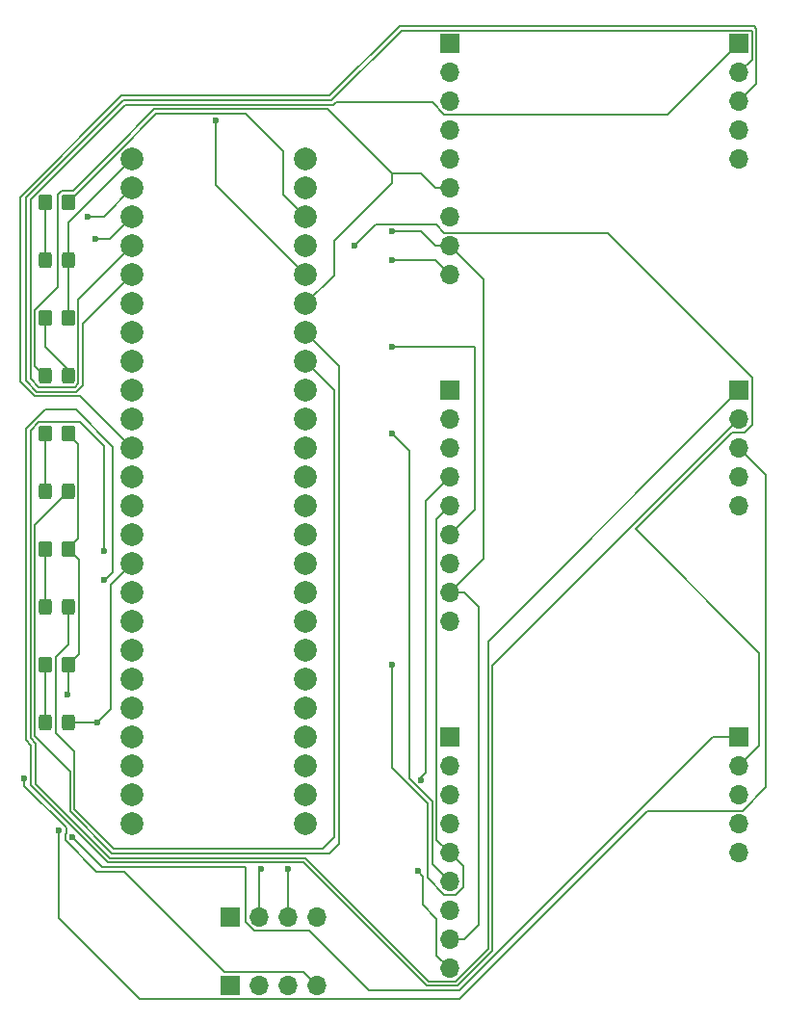
<source format=gbr>
%TF.GenerationSoftware,KiCad,Pcbnew,7.0.7*%
%TF.CreationDate,2024-05-20T18:28:41-04:00*%
%TF.ProjectId,Ground Reciever,47726f75-6e64-4205-9265-636965766572,rev?*%
%TF.SameCoordinates,Original*%
%TF.FileFunction,Copper,L1,Top*%
%TF.FilePolarity,Positive*%
%FSLAX46Y46*%
G04 Gerber Fmt 4.6, Leading zero omitted, Abs format (unit mm)*
G04 Created by KiCad (PCBNEW 7.0.7) date 2024-05-20 18:28:41*
%MOMM*%
%LPD*%
G01*
G04 APERTURE LIST*
G04 Aperture macros list*
%AMRoundRect*
0 Rectangle with rounded corners*
0 $1 Rounding radius*
0 $2 $3 $4 $5 $6 $7 $8 $9 X,Y pos of 4 corners*
0 Add a 4 corners polygon primitive as box body*
4,1,4,$2,$3,$4,$5,$6,$7,$8,$9,$2,$3,0*
0 Add four circle primitives for the rounded corners*
1,1,$1+$1,$2,$3*
1,1,$1+$1,$4,$5*
1,1,$1+$1,$6,$7*
1,1,$1+$1,$8,$9*
0 Add four rect primitives between the rounded corners*
20,1,$1+$1,$2,$3,$4,$5,0*
20,1,$1+$1,$4,$5,$6,$7,0*
20,1,$1+$1,$6,$7,$8,$9,0*
20,1,$1+$1,$8,$9,$2,$3,0*%
G04 Aperture macros list end*
%TA.AperFunction,ComponentPad*%
%ADD10R,1.700000X1.700000*%
%TD*%
%TA.AperFunction,ComponentPad*%
%ADD11O,1.700000X1.700000*%
%TD*%
%TA.AperFunction,SMDPad,CuDef*%
%ADD12RoundRect,0.250000X-0.350000X-0.450000X0.350000X-0.450000X0.350000X0.450000X-0.350000X0.450000X0*%
%TD*%
%TA.AperFunction,ComponentPad*%
%ADD13C,2.000000*%
%TD*%
%TA.AperFunction,SMDPad,CuDef*%
%ADD14RoundRect,0.250000X-0.325000X-0.450000X0.325000X-0.450000X0.325000X0.450000X-0.325000X0.450000X0*%
%TD*%
%TA.AperFunction,SMDPad,CuDef*%
%ADD15RoundRect,0.250000X0.325000X0.450000X-0.325000X0.450000X-0.325000X-0.450000X0.325000X-0.450000X0*%
%TD*%
%TA.AperFunction,SMDPad,CuDef*%
%ADD16RoundRect,0.250000X0.350000X0.450000X-0.350000X0.450000X-0.350000X-0.450000X0.350000X-0.450000X0*%
%TD*%
%TA.AperFunction,ViaPad*%
%ADD17C,0.600000*%
%TD*%
%TA.AperFunction,Conductor*%
%ADD18C,0.200000*%
%TD*%
G04 APERTURE END LIST*
D10*
%TO.P,Serial8,1,Pin_1*%
%TO.N,/3.3V B*%
X133120000Y-131400000D03*
D11*
%TO.P,Serial8,2,Pin_2*%
%TO.N,/RX8*%
X135660000Y-131400000D03*
%TO.P,Serial8,3,Pin_3*%
%TO.N,/TX8*%
X138200000Y-131400000D03*
%TO.P,Serial8,4,Pin_4*%
%TO.N,/GND*%
X140740000Y-131400000D03*
%TD*%
D10*
%TO.P,Serial1,1,Pin_1*%
%TO.N,/3.3V B*%
X133120000Y-137400000D03*
D11*
%TO.P,Serial1,2,Pin_2*%
%TO.N,/RX1*%
X135660000Y-137400000D03*
%TO.P,Serial1,3,Pin_3*%
%TO.N,/TX1*%
X138200000Y-137400000D03*
%TO.P,Serial1,4,Pin_4*%
%TO.N,/GND*%
X140740000Y-137400000D03*
%TD*%
D10*
%TO.P,J3,1,Pin_1*%
%TO.N,/RST2*%
X152400000Y-85090000D03*
D11*
%TO.P,J3,2,Pin_2*%
%TO.N,/CS2*%
X152400000Y-87630000D03*
%TO.P,J3,3,Pin_3*%
%TO.N,/MOSI*%
X152400000Y-90170000D03*
%TO.P,J3,4,Pin_4*%
%TO.N,/MISO*%
X152400000Y-92710000D03*
%TO.P,J3,5,Pin_5*%
%TO.N,/SCK*%
X152400000Y-95250000D03*
%TO.P,J3,6,Pin_6*%
%TO.N,/INT2*%
X152400000Y-97790000D03*
%TO.P,J3,7,Pin_7*%
%TO.N,unconnected-(J3-Pin_7-Pad7)*%
X152400000Y-100330000D03*
%TO.P,J3,8,Pin_8*%
%TO.N,/GND*%
X152400000Y-102870000D03*
%TO.P,J3,9,Pin_9*%
%TO.N,/3.3V A*%
X152400000Y-105410000D03*
%TD*%
D12*
%TO.P,R2,1*%
%TO.N,Net-(D2-K)*%
X116840000Y-88900000D03*
%TO.P,R2,2*%
%TO.N,/GND*%
X118840000Y-88900000D03*
%TD*%
%TO.P,R4,1*%
%TO.N,Net-(D4-A)*%
X116840000Y-68580000D03*
%TO.P,R4,2*%
%TO.N,/3.3V A*%
X118840000Y-68580000D03*
%TD*%
D10*
%TO.P,J2,1,Pin_1*%
%TO.N,/G1_1*%
X177800000Y-54610000D03*
D11*
%TO.P,J2,2,Pin_2*%
%TO.N,/G2_1*%
X177800000Y-57150000D03*
%TO.P,J2,3,Pin_3*%
%TO.N,/G3_1*%
X177800000Y-59690000D03*
%TO.P,J2,4,Pin_4*%
%TO.N,unconnected-(J2-Pin_4-Pad4)*%
X177800000Y-62230000D03*
%TO.P,J2,5,Pin_5*%
%TO.N,unconnected-(J2-Pin_5-Pad5)*%
X177800000Y-64770000D03*
%TD*%
D13*
%TO.P,Teensy4.1,0,GND*%
%TO.N,/GND*%
X124460000Y-64770000D03*
%TO.P,Teensy4.1,1,RX1*%
%TO.N,/RX1*%
X124460000Y-67310000D03*
%TO.P,Teensy4.1,2,TX1*%
%TO.N,/TX1*%
X124460000Y-69850000D03*
%TO.P,Teensy4.1,3,PWM*%
%TO.N,/G1_1*%
X124460000Y-72390000D03*
%TO.P,Teensy4.1,4,PWM*%
%TO.N,/G2_1*%
X124460000Y-74930000D03*
%TO.P,Teensy4.1,5,PWM*%
%TO.N,/RST1*%
X124460000Y-77470000D03*
%TO.P,Teensy4.1,6,PWM*%
%TO.N,/RST2*%
X124460000Y-80010000D03*
%TO.P,Teensy4.1,7,PWM*%
%TO.N,/RST3*%
X124460000Y-82550000D03*
%TO.P,Teensy4.1,8,RX2*%
%TO.N,/G4_1*%
X124460000Y-85090000D03*
%TO.P,Teensy4.1,9,TX2*%
%TO.N,/G5_1*%
X124460000Y-87630000D03*
%TO.P,Teensy4.1,10,PWM*%
%TO.N,/G3_1*%
X124460000Y-90170000D03*
%TO.P,Teensy4.1,11,CS*%
%TO.N,unconnected-(Teensy4.1-CS-Pad11)*%
X124460000Y-92710000D03*
%TO.P,Teensy4.1,12,MOSI*%
%TO.N,/MOSI*%
X124460000Y-95250000D03*
%TO.P,Teensy4.1,13,MISO*%
%TO.N,/MISO*%
X124460000Y-97790000D03*
%TO.P,Teensy4.1,14,3.3V*%
%TO.N,/3.3V B*%
X124460000Y-100330000D03*
%TO.P,Teensy4.1,15,SCL2*%
%TO.N,/G1_2*%
X124460000Y-102870000D03*
%TO.P,Teensy4.1,16,SDA2*%
%TO.N,/G2_2*%
X124460000Y-105410000D03*
%TO.P,Teensy4.1,17,MOSI1*%
%TO.N,unconnected-(Teensy4.1-MOSI1-Pad17)*%
X124460000Y-107950000D03*
%TO.P,Teensy4.1,18,SCK1*%
%TO.N,unconnected-(Teensy4.1-SCK1-Pad18)*%
X124460000Y-110490000D03*
%TO.P,Teensy4.1,19,RX7*%
%TO.N,/G3_2*%
X124460000Y-113030000D03*
%TO.P,Teensy4.1,20,TX7*%
%TO.N,/G1_3*%
X124460000Y-115570000D03*
%TO.P,Teensy4.1,21,GPIO*%
%TO.N,unconnected-(Teensy4.1-GPIO-Pad21)*%
X124460000Y-118110000D03*
%TO.P,Teensy4.1,22,GPIO*%
%TO.N,unconnected-(Teensy4.1-GPIO-Pad22)*%
X124460000Y-120650000D03*
%TO.P,Teensy4.1,23,GPIO*%
%TO.N,unconnected-(Teensy4.1-GPIO-Pad23)*%
X124460000Y-123190000D03*
%TO.P,Teensy4.1,24,PWM*%
%TO.N,/G5_3*%
X139700000Y-123190000D03*
%TO.P,Teensy4.1,25,RX8*%
%TO.N,/RX8*%
X139700000Y-120650000D03*
%TO.P,Teensy4.1,26,TX8*%
%TO.N,/TX8*%
X139700000Y-118110000D03*
%TO.P,Teensy4.1,27,PWM*%
%TO.N,/CS3*%
X139700000Y-115570000D03*
%TO.P,Teensy4.1,28,PWM*%
%TO.N,/CS2*%
X139700000Y-113030000D03*
%TO.P,Teensy4.1,29,CS1*%
%TO.N,/CS1*%
X139700000Y-110490000D03*
%TO.P,Teensy4.1,30,MISO*%
%TO.N,unconnected-(Teensy4.1-MISO-Pad30)*%
X139700000Y-107950000D03*
%TO.P,Teensy4.1,31,A16*%
%TO.N,unconnected-(Teensy4.1-A16-Pad31)*%
X139700000Y-105410000D03*
%TO.P,Teensy4.1,32,A17*%
%TO.N,unconnected-(Teensy4.1-A17-Pad32)*%
X139700000Y-102870000D03*
%TO.P,Teensy4.1,33,GND*%
%TO.N,unconnected-(Teensy4.1-GND-Pad33)*%
X139700000Y-100330000D03*
%TO.P,Teensy4.1,34,SCK*%
%TO.N,/SCK*%
X139700000Y-97790000D03*
%TO.P,Teensy4.1,35,A0*%
%TO.N,/G4_3*%
X139700000Y-95250000D03*
%TO.P,Teensy4.1,36,A1*%
%TO.N,/G5_2*%
X139700000Y-92710000D03*
%TO.P,Teensy4.1,37,A2*%
%TO.N,unconnected-(Teensy4.1-A2-Pad37)*%
X139700000Y-90170000D03*
%TO.P,Teensy4.1,38,A3*%
%TO.N,unconnected-(Teensy4.1-A3-Pad38)*%
X139700000Y-87630000D03*
%TO.P,Teensy4.1,39,SDA*%
%TO.N,/G4_2*%
X139700000Y-85090000D03*
%TO.P,Teensy4.1,40,SCL*%
%TO.N,/INT3*%
X139700000Y-82550000D03*
%TO.P,Teensy4.1,41,TX5*%
%TO.N,/INT2*%
X139700000Y-80010000D03*
%TO.P,Teensy4.1,42,RX5*%
%TO.N,/INT1*%
X139700000Y-77470000D03*
%TO.P,Teensy4.1,43,PWM*%
%TO.N,/G3_3*%
X139700000Y-74930000D03*
%TO.P,Teensy4.1,44,PWM*%
%TO.N,/G2_3*%
X139700000Y-72390000D03*
%TO.P,Teensy4.1,45,3.3V*%
%TO.N,/3.3V A*%
X139700000Y-69850000D03*
%TO.P,Teensy4.1,46,GND*%
%TO.N,unconnected-(Teensy4.1-GND-Pad46)*%
X139700000Y-67310000D03*
%TO.P,Teensy4.1,47,Vin*%
%TO.N,unconnected-(Teensy4.1-Vin-Pad47)*%
X139700000Y-64770000D03*
%TD*%
D10*
%TO.P,J5,1,Pin_1*%
%TO.N,/RST3*%
X152400000Y-115570000D03*
D11*
%TO.P,J5,2,Pin_2*%
%TO.N,/CS3*%
X152400000Y-118110000D03*
%TO.P,J5,3,Pin_3*%
%TO.N,/MOSI*%
X152400000Y-120650000D03*
%TO.P,J5,4,Pin_4*%
%TO.N,/MISO*%
X152400000Y-123190000D03*
%TO.P,J5,5,Pin_5*%
%TO.N,/SCK*%
X152400000Y-125730000D03*
%TO.P,J5,6,Pin_6*%
%TO.N,/INT3*%
X152400000Y-128270000D03*
%TO.P,J5,7,Pin_7*%
%TO.N,unconnected-(J5-Pin_7-Pad7)*%
X152400000Y-130810000D03*
%TO.P,J5,8,Pin_8*%
%TO.N,/GND*%
X152400000Y-133350000D03*
%TO.P,J5,9,Pin_9*%
%TO.N,/3.3V B*%
X152400000Y-135890000D03*
%TD*%
D14*
%TO.P,D3,1,K*%
%TO.N,Net-(D3-K)*%
X116840000Y-104140000D03*
%TO.P,D3,2,A*%
%TO.N,/INT3*%
X118890000Y-104140000D03*
%TD*%
D15*
%TO.P,D4,1,K*%
%TO.N,/GND*%
X118890000Y-73660000D03*
%TO.P,D4,2,A*%
%TO.N,Net-(D4-A)*%
X116840000Y-73660000D03*
%TD*%
D12*
%TO.P,R3,1*%
%TO.N,Net-(D3-K)*%
X116840000Y-99060000D03*
%TO.P,R3,2*%
%TO.N,/GND*%
X118840000Y-99060000D03*
%TD*%
D14*
%TO.P,D2,1,K*%
%TO.N,Net-(D2-K)*%
X116815000Y-93980000D03*
%TO.P,D2,2,A*%
%TO.N,/INT2*%
X118865000Y-93980000D03*
%TD*%
D15*
%TO.P,D1,1,K*%
%TO.N,Net-(D1-K)*%
X118865000Y-83820000D03*
%TO.P,D1,2,A*%
%TO.N,/INT1*%
X116815000Y-83820000D03*
%TD*%
D12*
%TO.P,R1,1*%
%TO.N,Net-(D1-K)*%
X116840000Y-78740000D03*
%TO.P,R1,2*%
%TO.N,/GND*%
X118840000Y-78740000D03*
%TD*%
D10*
%TO.P,J6,1,Pin_1*%
%TO.N,/G1_3*%
X177800000Y-115570000D03*
D11*
%TO.P,J6,2,Pin_2*%
%TO.N,/G2_3*%
X177800000Y-118110000D03*
%TO.P,J6,3,Pin_3*%
%TO.N,/G3_3*%
X177800000Y-120650000D03*
%TO.P,J6,4,Pin_4*%
%TO.N,unconnected-(J6-Pin_4-Pad4)*%
X177800000Y-123190000D03*
%TO.P,J6,5,Pin_5*%
%TO.N,unconnected-(J6-Pin_5-Pad5)*%
X177800000Y-125730000D03*
%TD*%
%TO.P,J4,5,Pin_5*%
%TO.N,unconnected-(J4-Pin_5-Pad5)*%
X177800000Y-95250000D03*
%TO.P,J4,4,Pin_4*%
%TO.N,unconnected-(J4-Pin_4-Pad4)*%
X177800000Y-92710000D03*
%TO.P,J4,3,Pin_3*%
%TO.N,/G3_2*%
X177800000Y-90170000D03*
%TO.P,J4,2,Pin_2*%
%TO.N,/G2_2*%
X177800000Y-87630000D03*
D10*
%TO.P,J4,1,Pin_1*%
%TO.N,/G1_2*%
X177800000Y-85090000D03*
%TD*%
%TO.P,J1,1,Pin_1*%
%TO.N,/RST1*%
X152400000Y-54610000D03*
D11*
%TO.P,J1,2,Pin_2*%
%TO.N,/CS1*%
X152400000Y-57150000D03*
%TO.P,J1,3,Pin_3*%
%TO.N,/MOSI*%
X152400000Y-59690000D03*
%TO.P,J1,4,Pin_4*%
%TO.N,/MISO*%
X152400000Y-62230000D03*
%TO.P,J1,5,Pin_5*%
%TO.N,/SCK*%
X152400000Y-64770000D03*
%TO.P,J1,6,Pin_6*%
%TO.N,/INT1*%
X152400000Y-67310000D03*
%TO.P,J1,7,Pin_7*%
%TO.N,unconnected-(J1-Pin_7-Pad7)*%
X152400000Y-69850000D03*
%TO.P,J1,8,Pin_8*%
%TO.N,/GND*%
X152400000Y-72390000D03*
%TO.P,J1,9,Pin_9*%
%TO.N,/3.3V A*%
X152400000Y-74930000D03*
%TD*%
D16*
%TO.P,R5,1*%
%TO.N,/GND*%
X118840000Y-109220000D03*
%TO.P,R5,2*%
%TO.N,Net-(D5-K)*%
X116840000Y-109220000D03*
%TD*%
D14*
%TO.P,D5,1,K*%
%TO.N,Net-(D5-K)*%
X116840000Y-114300000D03*
%TO.P,D5,2,A*%
%TO.N,/3.3V B*%
X118890000Y-114300000D03*
%TD*%
D17*
%TO.N,/GND*%
X115000000Y-119200000D03*
X118800000Y-111800000D03*
%TO.N,/G3_3*%
X131800000Y-61400000D03*
%TO.N,/G2_3*%
X144000000Y-72400000D03*
%TO.N,/G1_3*%
X119200000Y-124400000D03*
%TO.N,/TX1*%
X121200000Y-71800000D03*
%TO.N,/RX1*%
X120600000Y-69800000D03*
%TO.N,/TX8*%
X138200000Y-127200000D03*
%TO.N,/RX8*%
X135800000Y-127200000D03*
%TO.N,/G3_2*%
X118057560Y-123800000D03*
%TO.N,/G2_2*%
X122000000Y-101800000D03*
%TO.N,/G1_2*%
X122000000Y-99200000D03*
%TO.N,/MISO*%
X149860000Y-119380000D03*
%TO.N,/SCK*%
X147320000Y-109220000D03*
%TO.N,/GND*%
X147320000Y-71120000D03*
%TO.N,/3.3V A*%
X147320000Y-73660000D03*
%TO.N,/INT2*%
X147320000Y-81280000D03*
%TO.N,/3.3V B*%
X121400000Y-114300000D03*
X149568197Y-127342743D03*
%TO.N,/INT3*%
X147320000Y-88900000D03*
%TD*%
D18*
%TO.N,/G3_2*%
X180200000Y-120000000D02*
X180200000Y-92570000D01*
X180200000Y-92570000D02*
X177800000Y-90170000D01*
X125150000Y-138550000D02*
X153220000Y-138550000D01*
X153220000Y-138550000D02*
X169730000Y-122040000D01*
X169730000Y-122040000D02*
X178160000Y-122040000D01*
X118057560Y-131457560D02*
X125150000Y-138550000D01*
X118057560Y-123800000D02*
X118057560Y-131457560D01*
X178160000Y-122040000D02*
X180200000Y-120000000D01*
%TO.N,/GND*%
X139540000Y-136200000D02*
X140740000Y-137400000D01*
X132600000Y-136200000D02*
X139540000Y-136200000D01*
X123800000Y-127400000D02*
X132600000Y-136200000D01*
X121351471Y-127400000D02*
X123800000Y-127400000D01*
X118600000Y-124106089D02*
X118600000Y-124648529D01*
X118657560Y-123551471D02*
X118657560Y-124048529D01*
X115000000Y-119893911D02*
X118657560Y-123551471D01*
X118600000Y-124648529D02*
X121351471Y-127400000D01*
X115000000Y-119200000D02*
X115000000Y-119893911D01*
X118657560Y-124048529D02*
X118600000Y-124106089D01*
%TO.N,/G2_2*%
X122048529Y-101800000D02*
X122000000Y-101800000D01*
X122800000Y-101048529D02*
X122048529Y-101800000D01*
X119558909Y-86800000D02*
X122800000Y-90041091D01*
X116796497Y-86800000D02*
X119558909Y-86800000D01*
X115140000Y-88456497D02*
X116796497Y-86800000D01*
X115140000Y-115849874D02*
X115140000Y-88456497D01*
X115600000Y-116309875D02*
X115140000Y-115849874D01*
X115600000Y-119837057D02*
X115600000Y-116309875D01*
X122800000Y-90041091D02*
X122800000Y-101048529D01*
X150334162Y-137440000D02*
X139494162Y-126600000D01*
X153042031Y-137440000D02*
X150334162Y-137440000D01*
X156140000Y-134342032D02*
X153042031Y-137440000D01*
X139494162Y-126600000D02*
X122362942Y-126600000D01*
X156140000Y-109290000D02*
X156140000Y-134342032D01*
X122362942Y-126600000D02*
X115600000Y-119837057D01*
X177800000Y-87630000D02*
X156140000Y-109290000D01*
%TO.N,/G1_2*%
X155740000Y-107150000D02*
X177800000Y-85090000D01*
X155740000Y-134176346D02*
X155740000Y-107150000D01*
X152876346Y-137040000D02*
X155740000Y-134176346D01*
X150499848Y-137040000D02*
X152876346Y-137040000D01*
X139659848Y-126200000D02*
X150499848Y-137040000D01*
X122528628Y-126200000D02*
X139659848Y-126200000D01*
X116000000Y-119671372D02*
X122528628Y-126200000D01*
X115540000Y-88622183D02*
X115540000Y-115684189D01*
X115540000Y-115684189D02*
X116000000Y-116144189D01*
X116000000Y-116144189D02*
X116000000Y-119671372D01*
X116262183Y-87900000D02*
X115540000Y-88622183D01*
X122000000Y-90000000D02*
X119900000Y-87900000D01*
X119900000Y-87900000D02*
X116262183Y-87900000D01*
X122000000Y-99200000D02*
X122000000Y-90000000D01*
%TO.N,/GND*%
X118840000Y-109220000D02*
X118840000Y-111760000D01*
X118840000Y-111760000D02*
X118800000Y-111800000D01*
X119740000Y-98160000D02*
X118840000Y-99060000D01*
X119740000Y-89800000D02*
X119740000Y-98160000D01*
X118840000Y-88900000D02*
X119740000Y-89800000D01*
X119765000Y-99985000D02*
X118840000Y-99060000D01*
X119765000Y-108295000D02*
X119765000Y-99985000D01*
X118840000Y-109220000D02*
X119765000Y-108295000D01*
%TO.N,/G3_3*%
X131800000Y-67030000D02*
X139700000Y-74930000D01*
X131800000Y-61400000D02*
X131800000Y-67030000D01*
%TO.N,/3.3V A*%
X137765000Y-64105000D02*
X137765000Y-67915000D01*
X126591522Y-60800000D02*
X134460000Y-60800000D01*
X123160000Y-64231522D02*
X126591522Y-60800000D01*
X134460000Y-60800000D02*
X137765000Y-64105000D01*
X123160000Y-64260000D02*
X123160000Y-64231522D01*
X118840000Y-68580000D02*
X123160000Y-64260000D01*
X137765000Y-67915000D02*
X139700000Y-69850000D01*
%TO.N,/INT1*%
X141680000Y-60400000D02*
X147320000Y-66040000D01*
X126425836Y-60400000D02*
X141680000Y-60400000D01*
X122760000Y-64065836D02*
X126425836Y-60400000D01*
X122760000Y-64094314D02*
X122760000Y-64065836D01*
X117940000Y-67902183D02*
X118262183Y-67580000D01*
X115940000Y-78062183D02*
X117940000Y-76062183D01*
X117940000Y-76062183D02*
X117940000Y-67902183D01*
X119274314Y-67580000D02*
X122760000Y-64094314D01*
X115940000Y-82945000D02*
X115940000Y-78062183D01*
X116815000Y-83820000D02*
X115940000Y-82945000D01*
X118262183Y-67580000D02*
X119274314Y-67580000D01*
%TO.N,/G1_1*%
X171570000Y-60840000D02*
X177800000Y-54610000D01*
X150883654Y-59800000D02*
X151923654Y-60840000D01*
X142365684Y-59800000D02*
X150883654Y-59800000D01*
X142165684Y-60000000D02*
X142365684Y-59800000D01*
X123842183Y-60000000D02*
X142165684Y-60000000D01*
X115540000Y-68302183D02*
X123842183Y-60000000D01*
X151923654Y-60840000D02*
X171570000Y-60840000D01*
X116262183Y-84820000D02*
X115540000Y-84097817D01*
X119740000Y-77110000D02*
X119740000Y-84497817D01*
X124460000Y-72390000D02*
X119740000Y-77110000D01*
X119740000Y-84497817D02*
X119417817Y-84820000D01*
X119417817Y-84820000D02*
X116262183Y-84820000D01*
X115540000Y-84097817D02*
X115540000Y-68302183D01*
%TO.N,/G2_1*%
X120140000Y-79250000D02*
X124460000Y-74930000D01*
X120140000Y-84663503D02*
X120140000Y-79250000D01*
X119583503Y-85220000D02*
X120140000Y-84663503D01*
X116096497Y-85220000D02*
X119583503Y-85220000D01*
X141999999Y-59600000D02*
X123676497Y-59600000D01*
X123676497Y-59600000D02*
X115140000Y-68136497D01*
X148140000Y-53460000D02*
X141999999Y-59600000D01*
X178950000Y-53460000D02*
X148140000Y-53460000D01*
X115140000Y-68136497D02*
X115140000Y-84263503D01*
X178950000Y-56000000D02*
X178950000Y-53460000D01*
X177800000Y-57150000D02*
X178950000Y-56000000D01*
X115140000Y-84263503D02*
X116096497Y-85220000D01*
%TO.N,/G3_1*%
X119910000Y-85620000D02*
X124460000Y-90170000D01*
X115930812Y-85620000D02*
X119910000Y-85620000D01*
X114600000Y-84289188D02*
X115930812Y-85620000D01*
X141834314Y-59200000D02*
X123510811Y-59200000D01*
X179115685Y-53060000D02*
X147974314Y-53060000D01*
X123510811Y-59200000D02*
X114600000Y-68110811D01*
X179350000Y-53294315D02*
X179115685Y-53060000D01*
X114600000Y-68110811D02*
X114600000Y-84289188D01*
X179350000Y-58140000D02*
X179350000Y-53294315D01*
X147974314Y-53060000D02*
X141834314Y-59200000D01*
X177800000Y-59690000D02*
X179350000Y-58140000D01*
%TO.N,/G2_3*%
X145880000Y-70520000D02*
X144000000Y-72400000D01*
X151203654Y-70520000D02*
X145880000Y-70520000D01*
X151923654Y-71240000D02*
X151203654Y-70520000D01*
X166250000Y-71240000D02*
X151923654Y-71240000D01*
X178950000Y-88106346D02*
X178950000Y-83940000D01*
X177215686Y-88780000D02*
X178276346Y-88780000D01*
X168697843Y-97297843D02*
X177215686Y-88780000D01*
X179600000Y-108200000D02*
X168697843Y-97297843D01*
X178950000Y-83940000D02*
X166250000Y-71240000D01*
X178276346Y-88780000D02*
X178950000Y-88106346D01*
X179600000Y-116310000D02*
X179600000Y-108200000D01*
X177800000Y-118110000D02*
X179600000Y-116310000D01*
%TO.N,/INT1*%
X142200000Y-71985000D02*
X142200000Y-74970000D01*
X147320000Y-66865000D02*
X142200000Y-71985000D01*
X142200000Y-74970000D02*
X139700000Y-77470000D01*
X147320000Y-66040000D02*
X147320000Y-66865000D01*
%TO.N,/G1_3*%
X121800000Y-127000000D02*
X119200000Y-124400000D01*
X134473654Y-127000000D02*
X121800000Y-127000000D01*
X140023654Y-132550000D02*
X135183654Y-132550000D01*
X145313654Y-137840000D02*
X140023654Y-132550000D01*
X153207716Y-137840000D02*
X145313654Y-137840000D01*
X135183654Y-132550000D02*
X134473654Y-131840000D01*
X175477716Y-115570000D02*
X153207716Y-137840000D01*
X134473654Y-131840000D02*
X134473654Y-127000000D01*
X177800000Y-115570000D02*
X175477716Y-115570000D01*
%TO.N,/INT3*%
X142240000Y-85090000D02*
X139700000Y-82550000D01*
X142240000Y-124360000D02*
X142240000Y-85090000D01*
X117740000Y-115200000D02*
X119400000Y-116860000D01*
X119400000Y-116860000D02*
X119400000Y-121940000D01*
X117740000Y-108542183D02*
X117740000Y-115200000D01*
X122860000Y-125400000D02*
X141200000Y-125400000D01*
X141200000Y-125400000D02*
X142240000Y-124360000D01*
X118890000Y-107392183D02*
X117740000Y-108542183D01*
X119400000Y-121940000D02*
X122860000Y-125400000D01*
X118890000Y-104140000D02*
X118890000Y-107392183D01*
%TO.N,/INT2*%
X142640000Y-82950000D02*
X139700000Y-80010000D01*
X122694314Y-125800000D02*
X141800000Y-125800000D01*
X119000000Y-122105686D02*
X122694314Y-125800000D01*
X119000000Y-118578503D02*
X119000000Y-122105686D01*
X142640000Y-124960000D02*
X142640000Y-82950000D01*
X115940000Y-115518503D02*
X119000000Y-118578503D01*
X141800000Y-125800000D02*
X142640000Y-124960000D01*
X118865000Y-93980000D02*
X115940000Y-96905000D01*
X115940000Y-96905000D02*
X115940000Y-115518503D01*
%TO.N,/TX1*%
X122510000Y-71800000D02*
X124460000Y-69850000D01*
X121200000Y-71800000D02*
X122510000Y-71800000D01*
%TO.N,/RX1*%
X121970000Y-69800000D02*
X124460000Y-67310000D01*
X120600000Y-69800000D02*
X121970000Y-69800000D01*
%TO.N,/TX8*%
X138200000Y-131400000D02*
X138200000Y-127200000D01*
%TO.N,/RX8*%
X135660000Y-127340000D02*
X135800000Y-127200000D01*
X135660000Y-131400000D02*
X135660000Y-127340000D01*
%TO.N,/3.3V B*%
X122600000Y-102190000D02*
X124460000Y-100330000D01*
X122600000Y-113100000D02*
X122600000Y-102190000D01*
X121400000Y-114300000D02*
X122600000Y-113100000D01*
%TO.N,/GND*%
X118890000Y-78690000D02*
X118840000Y-78740000D01*
X118890000Y-73660000D02*
X118890000Y-78690000D01*
%TO.N,/3.3V B*%
X118890000Y-114300000D02*
X121400000Y-114300000D01*
%TO.N,/MISO*%
X149860000Y-119380000D02*
X149860000Y-119097157D01*
X149860000Y-119097157D02*
X150260000Y-118697157D01*
X150260000Y-94850000D02*
X152400000Y-92710000D01*
X150260000Y-118697157D02*
X150260000Y-94850000D01*
%TO.N,/SCK*%
X150450000Y-127946346D02*
X151923654Y-129420000D01*
X153550000Y-126880000D02*
X152400000Y-125730000D01*
X151250000Y-96400000D02*
X151250000Y-124580000D01*
X151250000Y-124580000D02*
X152400000Y-125730000D01*
X151923654Y-129420000D02*
X152876346Y-129420000D01*
X147320000Y-118254215D02*
X150450000Y-121384215D01*
X152876346Y-129420000D02*
X153550000Y-128746346D01*
X147320000Y-109220000D02*
X147320000Y-118254215D01*
X153550000Y-128746346D02*
X153550000Y-126880000D01*
X152400000Y-95250000D02*
X151250000Y-96400000D01*
X150450000Y-121384215D02*
X150450000Y-127946346D01*
%TO.N,/INT1*%
X151130000Y-67310000D02*
X152400000Y-67310000D01*
X147320000Y-66040000D02*
X149860000Y-66040000D01*
X149860000Y-66040000D02*
X151130000Y-67310000D01*
%TO.N,/GND*%
X153670000Y-133350000D02*
X154940000Y-132080000D01*
X155340000Y-75330000D02*
X152400000Y-72390000D01*
X154940000Y-132080000D02*
X154940000Y-104140000D01*
X152400000Y-102870000D02*
X155340000Y-99930000D01*
X151130000Y-72390000D02*
X152400000Y-72390000D01*
X154940000Y-104140000D02*
X153670000Y-102870000D01*
X149860000Y-71120000D02*
X151130000Y-72390000D01*
X147320000Y-71120000D02*
X149860000Y-71120000D01*
X153670000Y-102870000D02*
X152400000Y-102870000D01*
X152400000Y-133350000D02*
X153670000Y-133350000D01*
X118890000Y-70340000D02*
X124460000Y-64770000D01*
X118890000Y-73660000D02*
X118890000Y-70340000D01*
X155340000Y-99930000D02*
X155340000Y-75330000D01*
%TO.N,/3.3V A*%
X151130000Y-73660000D02*
X147320000Y-73660000D01*
X152400000Y-74930000D02*
X151130000Y-73660000D01*
%TO.N,/INT2*%
X147320000Y-81280000D02*
X154600000Y-81280000D01*
X154600000Y-81280000D02*
X154600000Y-95590000D01*
X154600000Y-95590000D02*
X152400000Y-97790000D01*
%TO.N,/3.3V B*%
X152400000Y-135890000D02*
X151250000Y-134740000D01*
X150050000Y-130326346D02*
X150050000Y-127824546D01*
X151250000Y-134740000D02*
X151250000Y-131526346D01*
X150050000Y-127824546D02*
X149568197Y-127342743D01*
X151250000Y-131526346D02*
X150050000Y-130326346D01*
%TO.N,/INT3*%
X148800000Y-119168529D02*
X150850000Y-121218529D01*
X148800000Y-90380000D02*
X148800000Y-119168529D01*
X150850000Y-121218529D02*
X150850000Y-126720000D01*
X147320000Y-88900000D02*
X148800000Y-90380000D01*
X150850000Y-126720000D02*
X152400000Y-128270000D01*
%TO.N,Net-(D1-K)*%
X116840000Y-78740000D02*
X116840000Y-81280000D01*
X118865000Y-83305000D02*
X118865000Y-83820000D01*
X116840000Y-81280000D02*
X118865000Y-83305000D01*
%TO.N,Net-(D2-K)*%
X116815000Y-93980000D02*
X116815000Y-88925000D01*
X116815000Y-88925000D02*
X116840000Y-88900000D01*
%TO.N,Net-(D3-K)*%
X116840000Y-104140000D02*
X116840000Y-99060000D01*
%TO.N,Net-(D4-A)*%
X116840000Y-68580000D02*
X116840000Y-73660000D01*
%TO.N,Net-(D5-K)*%
X116840000Y-109220000D02*
X116840000Y-114300000D01*
%TD*%
M02*

</source>
